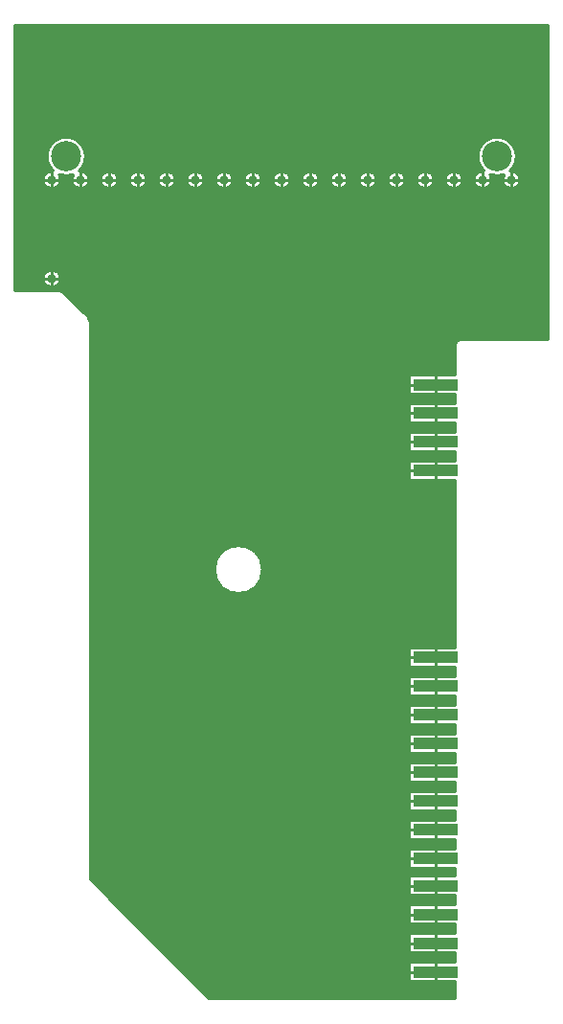
<source format=gbr>
G04 DesignSpark PCB Gerber Version 10.0 Build 5299*
%FSLAX35Y35*%
%MOIN*%
%ADD117C,0.01000*%
%ADD127C,0.01200*%
%ADD89C,0.03150*%
%ADD110C,0.10512*%
%ADD120R,0.15748X0.03937*%
X0Y0D02*
D02*
D89*
X63100Y280571D03*
Y314935D03*
X73100D03*
X83100D03*
X93100D03*
X103100D03*
X113100D03*
X123100D03*
X133100D03*
X143100D03*
X153100D03*
X163100D03*
X173100D03*
X183100D03*
X193100D03*
X203100D03*
X213100D03*
X223100D03*
D02*
D110*
X68100Y323100D03*
X218100D03*
D02*
D117*
X62025Y280571D02*
X59925D01*
X62025Y314935D02*
X59925D01*
X63100Y279496D02*
Y277396D01*
Y281646D02*
Y283746D01*
Y313860D02*
Y311760D01*
Y316010D02*
Y318110D01*
X64175Y280571D02*
X66275D01*
X64175Y314935D02*
X66275D01*
X72025D02*
X69925D01*
X73100Y313860D02*
Y311760D01*
Y316010D02*
Y318110D01*
X74175Y314935D02*
X76275D01*
X82025D02*
X79925D01*
X83100Y313860D02*
Y311760D01*
Y316010D02*
Y318110D01*
X84175Y314935D02*
X86275D01*
X92025D02*
X89925D01*
X93100Y313860D02*
Y311760D01*
Y316010D02*
Y318110D01*
X94175Y314935D02*
X96275D01*
X102025D02*
X99925D01*
X103100Y313860D02*
Y311760D01*
Y316010D02*
Y318110D01*
X104175Y314935D02*
X106275D01*
X112025D02*
X109925D01*
X113100Y313860D02*
Y311760D01*
Y316010D02*
Y318110D01*
X114175Y314935D02*
X116275D01*
X122025D02*
X119925D01*
X123100Y313860D02*
Y311760D01*
Y316010D02*
Y318110D01*
X124175Y314935D02*
X126275D01*
X132025D02*
X129925D01*
X133100Y313860D02*
Y311760D01*
Y316010D02*
Y318110D01*
X134175Y314935D02*
X136275D01*
X142025D02*
X139925D01*
X143100Y313860D02*
Y311760D01*
Y316010D02*
Y318110D01*
X144175Y314935D02*
X146275D01*
X152025D02*
X149925D01*
X153100Y313860D02*
Y311760D01*
Y316010D02*
Y318110D01*
X154175Y314935D02*
X156275D01*
X162025D02*
X159925D01*
X163100Y313860D02*
Y311760D01*
Y316010D02*
Y318110D01*
X164175Y314935D02*
X166275D01*
X172025D02*
X169925D01*
X173100Y313860D02*
Y311760D01*
Y316010D02*
Y318110D01*
X174175Y314935D02*
X176275D01*
X182025D02*
X179925D01*
X183100Y313860D02*
Y311760D01*
Y316010D02*
Y318110D01*
X184175Y314935D02*
X186275D01*
X189446Y243707D02*
X187346D01*
X189476Y39350D02*
X187378D01*
X189476Y49350D02*
X187378D01*
X189476Y59350D02*
X187378D01*
X189476Y69350D02*
X187378D01*
X189476Y78741D02*
X187378D01*
X189476Y88741D02*
X187378D01*
X189476Y98741D02*
X187378D01*
X189476Y108741D02*
X187378D01*
X189476Y118741D02*
X187378D01*
X189476Y128741D02*
X187378D01*
X189476Y138741D02*
X187378D01*
X189476Y148741D02*
X187378D01*
X189476Y213741D02*
X187378D01*
X189476Y223741D02*
X187378D01*
X189476Y233741D02*
X187378D01*
X192025Y314935D02*
X189925D01*
X193100Y313860D02*
Y311760D01*
Y316010D02*
Y318110D01*
X194175Y314935D02*
X196275D01*
X196820Y242239D02*
Y240137D01*
Y245176D02*
Y247275D01*
X196850Y37881D02*
Y35783D01*
Y40819D02*
Y42917D01*
Y47881D02*
Y45783D01*
Y50819D02*
Y52917D01*
Y57881D02*
Y55783D01*
Y60819D02*
Y62917D01*
Y67881D02*
Y65783D01*
Y70819D02*
Y72917D01*
Y77272D02*
Y75173D01*
Y80209D02*
Y82311D01*
Y87272D02*
Y85173D01*
Y90209D02*
Y92311D01*
Y97272D02*
Y95173D01*
Y100209D02*
Y102311D01*
Y107272D02*
Y105173D01*
Y110209D02*
Y112311D01*
Y117272D02*
Y115173D01*
Y120209D02*
Y122311D01*
Y127272D02*
Y125173D01*
Y130209D02*
Y132311D01*
Y137272D02*
Y135173D01*
Y140209D02*
Y142311D01*
Y147272D02*
Y145173D01*
Y150209D02*
Y152311D01*
Y212272D02*
Y210173D01*
Y215209D02*
Y217311D01*
Y222272D02*
Y220173D01*
Y225209D02*
Y227311D01*
Y232272D02*
Y230173D01*
Y235209D02*
Y237311D01*
X202025Y314935D02*
X199925D01*
X203100Y313860D02*
Y311760D01*
Y316010D02*
Y318110D01*
X204175Y314935D02*
X206275D01*
X212025D02*
X209925D01*
X213100Y313860D02*
Y311760D01*
Y316010D02*
Y318110D01*
X214175Y314935D02*
X216275D01*
X222025D02*
X219925D01*
X223100Y313860D02*
Y311760D01*
Y316010D02*
Y318110D01*
X224175Y314935D02*
X226275D01*
D02*
D120*
X196820Y243707D03*
X196850Y39350D03*
Y49350D03*
Y59350D03*
Y69350D03*
Y78741D03*
Y88741D03*
Y98741D03*
Y108741D03*
Y118741D03*
Y128741D03*
Y138741D03*
Y148741D03*
Y213741D03*
Y223741D03*
Y233741D03*
D02*
D127*
X50317Y368400D02*
Y276523D01*
X65600D01*
G75*
G02*
X67157Y275877I0J-2200D01*
G01*
X75904Y267130D01*
G75*
G02*
X76550Y265573I-1554J-1557D01*
G01*
Y71511D01*
X117761Y30300D01*
X203368D01*
Y35783D01*
X187378D01*
Y42917D01*
X203368D01*
Y45783D01*
X187378D01*
Y52917D01*
X203368D01*
Y55783D01*
X187378D01*
Y62917D01*
X203368D01*
Y65783D01*
X187378D01*
Y72917D01*
X203368D01*
Y75173D01*
X187378D01*
Y82311D01*
X203368D01*
Y85173D01*
X187378D01*
Y92311D01*
X203368D01*
Y95173D01*
X187378D01*
Y102311D01*
X203368D01*
Y105173D01*
X187378D01*
Y112311D01*
X203368D01*
Y115173D01*
X187378D01*
Y122311D01*
X203368D01*
Y125173D01*
X187378D01*
Y132311D01*
X203368D01*
Y135173D01*
X187378D01*
Y142311D01*
X203368D01*
Y145173D01*
X187378D01*
Y152311D01*
X203368D01*
Y210173D01*
X187378D01*
Y217311D01*
X203368D01*
Y220173D01*
X187378D01*
Y227311D01*
X203368D01*
Y230173D01*
X187378D01*
Y237311D01*
X203368D01*
Y240137D01*
X187346D01*
Y247275D01*
X203368D01*
Y257453D01*
G75*
G02*
X205568Y259653I2200J0D01*
G01*
X235857D01*
Y368400D01*
X50317D01*
X59925Y280571D02*
G75*
G02*
X66275I3175J0D01*
G01*
G75*
G02*
X59925I-3175J0D01*
G01*
X72785Y318094D02*
G75*
G02*
X76275Y314935I315J-3159D01*
G01*
G75*
G02*
X69925I-3175J0D01*
G01*
G75*
G02*
X70430Y316652I3175J0D01*
G01*
G75*
G02*
X65770I-2330J6448D01*
G01*
G75*
G02*
X66275Y314935I-2670J-1717D01*
G01*
G75*
G02*
X59925I-3175J0D01*
G01*
G75*
G02*
X63415Y318094I3175J0D01*
G01*
G75*
G02*
X68100Y329956I4685J5006D01*
G01*
G75*
G02*
X72785Y318094I0J-6856D01*
G01*
X79925Y314935D02*
G75*
G02*
X86275I3175J0D01*
G01*
G75*
G02*
X79925I-3175J0D01*
G01*
X89925D02*
G75*
G02*
X96275I3175J0D01*
G01*
G75*
G02*
X89925I-3175J0D01*
G01*
X99925D02*
G75*
G02*
X106275I3175J0D01*
G01*
G75*
G02*
X99925I-3175J0D01*
G01*
X109925D02*
G75*
G02*
X116275I3175J0D01*
G01*
G75*
G02*
X109925I-3175J0D01*
G01*
X119602Y179353D02*
G75*
G02*
X136582I8490J0D01*
G01*
G75*
G02*
X119602I-8490J0D01*
G01*
X119925Y314935D02*
G75*
G02*
X126275I3175J0D01*
G01*
G75*
G02*
X119925I-3175J0D01*
G01*
X129925D02*
G75*
G02*
X136275I3175J0D01*
G01*
G75*
G02*
X129925I-3175J0D01*
G01*
X139925D02*
G75*
G02*
X146275I3175J0D01*
G01*
G75*
G02*
X139925I-3175J0D01*
G01*
X149925D02*
G75*
G02*
X156275I3175J0D01*
G01*
G75*
G02*
X149925I-3175J0D01*
G01*
X159925D02*
G75*
G02*
X166275I3175J0D01*
G01*
G75*
G02*
X159925I-3175J0D01*
G01*
X169925D02*
G75*
G02*
X176275I3175J0D01*
G01*
G75*
G02*
X169925I-3175J0D01*
G01*
X179925D02*
G75*
G02*
X186275I3175J0D01*
G01*
G75*
G02*
X179925I-3175J0D01*
G01*
X189925D02*
G75*
G02*
X196275I3175J0D01*
G01*
G75*
G02*
X189925I-3175J0D01*
G01*
X199925D02*
G75*
G02*
X206275I3175J0D01*
G01*
G75*
G02*
X199925I-3175J0D01*
G01*
X222785Y318094D02*
G75*
G02*
X226275Y314935I315J-3159D01*
G01*
G75*
G02*
X219925I-3175J0D01*
G01*
G75*
G02*
X220430Y316652I3175J0D01*
G01*
G75*
G02*
X215770I-2330J6448D01*
G01*
G75*
G02*
X216275Y314935I-2670J-1717D01*
G01*
G75*
G02*
X209925I-3175J0D01*
G01*
G75*
G02*
X213415Y318094I3175J0D01*
G01*
G75*
G02*
X218100Y329956I4685J5006D01*
G01*
G75*
G02*
X222785Y318094I0J-6856D01*
G01*
X76550Y179353D02*
G36*
X76550Y179353D02*
Y71511D01*
X117161Y30900D01*
X203368D01*
Y35783D01*
X187378D01*
Y42917D01*
X203368D01*
Y45783D01*
X187378D01*
Y52917D01*
X203368D01*
Y55783D01*
X187378D01*
Y62917D01*
X203368D01*
Y65783D01*
X187378D01*
Y72917D01*
X203368D01*
Y75173D01*
X187378D01*
Y82311D01*
X203368D01*
Y85173D01*
X187378D01*
Y92311D01*
X203368D01*
Y95173D01*
X187378D01*
Y102311D01*
X203368D01*
Y105173D01*
X187378D01*
Y112311D01*
X203368D01*
Y115173D01*
X187378D01*
Y122311D01*
X203368D01*
Y125173D01*
X187378D01*
Y132311D01*
X203368D01*
Y135173D01*
X187378D01*
Y142311D01*
X203368D01*
Y145173D01*
X187378D01*
Y152311D01*
X203368D01*
Y179353D01*
X136582D01*
G75*
G02*
X119602I-8490J0D01*
G01*
X76550D01*
G37*
X50917Y280571D02*
G36*
X50917Y280571D02*
Y276523D01*
X65600D01*
G75*
G02*
X67157Y275877I1J-2199D01*
G01*
X75904Y267130D01*
G75*
G02*
X76550Y265574I-1553J-1557D01*
G01*
G75*
G02*
Y265573I-2820J0D01*
G01*
Y179353D01*
X119602D01*
G75*
G02*
X136582I8490J0D01*
G01*
X203368D01*
Y210173D01*
X187378D01*
Y217311D01*
X203368D01*
Y220173D01*
X187378D01*
Y227311D01*
X203368D01*
Y230173D01*
X187378D01*
Y237311D01*
X203368D01*
Y240137D01*
X187346D01*
Y247275D01*
X203368D01*
Y257453D01*
G75*
G02*
X205568Y259653I2200J0D01*
G01*
X235257D01*
Y280571D01*
X66275D01*
G75*
G02*
X59925I-3175J0D01*
G01*
X50917D01*
G37*
Y314935D02*
G36*
X50917Y314935D02*
Y280571D01*
X59925D01*
G75*
G02*
X66275I3175J0D01*
G01*
X235257D01*
Y314935D01*
X226275D01*
G75*
G02*
X219925I-3175J0D01*
G01*
X216275D01*
G75*
G02*
X209925I-3175J0D01*
G01*
X206275D01*
G75*
G02*
X199925I-3175J0D01*
G01*
X196275D01*
G75*
G02*
X189925I-3175J0D01*
G01*
X186275D01*
G75*
G02*
X179925I-3175J0D01*
G01*
X176275D01*
G75*
G02*
X169925I-3175J0D01*
G01*
X166275D01*
G75*
G02*
X159925I-3175J0D01*
G01*
X156275D01*
G75*
G02*
X149925I-3175J0D01*
G01*
X146275D01*
G75*
G02*
X139925I-3175J0D01*
G01*
X136275D01*
G75*
G02*
X129925I-3175J0D01*
G01*
X126275D01*
G75*
G02*
X119925I-3175J0D01*
G01*
X116275D01*
G75*
G02*
X109925I-3175J0D01*
G01*
X106275D01*
G75*
G02*
X99925I-3175J0D01*
G01*
X96275D01*
G75*
G02*
X89925I-3175J0D01*
G01*
X86275D01*
G75*
G02*
X79925I-3175J0D01*
G01*
X76275D01*
G75*
G02*
X69925I-3175J0D01*
G01*
X66275D01*
G75*
G02*
X59925I-3175J0D01*
G01*
X50917D01*
G37*
Y320858D02*
G36*
X50917Y320858D02*
Y314935D01*
X59925D01*
Y314935D01*
G75*
G02*
X63415Y318094I3174J0D01*
G01*
G75*
G02*
X61621Y320858I4685J5006D01*
G01*
X50917D01*
G37*
X65770Y316652D02*
G36*
X65770Y316652D02*
G75*
G02*
X66275Y314935I-2670J-1717D01*
G01*
X69925D01*
G75*
G02*
X70430Y316652I3175J0D01*
G01*
G75*
G02*
X65770I-2330J6448D01*
G01*
G37*
X74579Y320858D02*
G36*
X74579Y320858D02*
G75*
G02*
X72785Y318094I-6479J2243D01*
G01*
G75*
G02*
X76275Y314935I316J-3159D01*
G01*
Y314935D01*
X79925D01*
G75*
G02*
X86275I3175J0D01*
G01*
X89925D01*
G75*
G02*
X96275I3175J0D01*
G01*
X99925D01*
G75*
G02*
X106275I3175J0D01*
G01*
X109925D01*
G75*
G02*
X116275I3175J0D01*
G01*
X119925D01*
G75*
G02*
X126275I3175J0D01*
G01*
X129925D01*
G75*
G02*
X136275I3175J0D01*
G01*
X139925D01*
G75*
G02*
X146275I3175J0D01*
G01*
X149925D01*
G75*
G02*
X156275I3175J0D01*
G01*
X159925D01*
G75*
G02*
X166275I3175J0D01*
G01*
X169925D01*
G75*
G02*
X176275I3175J0D01*
G01*
X179925D01*
G75*
G02*
X186275I3175J0D01*
G01*
X189925D01*
G75*
G02*
X196275I3175J0D01*
G01*
X199925D01*
G75*
G02*
X206275I3175J0D01*
G01*
X209925D01*
Y314935D01*
G75*
G02*
X213415Y318094I3174J0D01*
G01*
G75*
G02*
X211621Y320858I4685J5006D01*
G01*
X74579D01*
G37*
X215770Y316652D02*
G36*
X215770Y316652D02*
G75*
G02*
X216275Y314935I-2670J-1717D01*
G01*
X219925D01*
G75*
G02*
X220430Y316652I3175J0D01*
G01*
G75*
G02*
X215770I-2330J6448D01*
G01*
G37*
X224579Y320858D02*
G36*
X224579Y320858D02*
G75*
G02*
X222785Y318094I-6479J2243D01*
G01*
G75*
G02*
X226275Y314935I316J-3159D01*
G01*
Y314935D01*
X235257D01*
Y320858D01*
X224579D01*
G37*
X50917Y367800D02*
G36*
X50917Y367800D02*
Y320858D01*
X61621D01*
G75*
G02*
X61244Y323100I6480J2241D01*
G01*
G75*
G02*
X68100Y329956I6856J0D01*
G01*
G75*
G02*
X74956Y323100I0J-6856D01*
G01*
G75*
G02*
X74579Y320858I-6856J-1D01*
G01*
X211621D01*
G75*
G02*
X211244Y323100I6480J2241D01*
G01*
G75*
G02*
X218100Y329956I6856J0D01*
G01*
G75*
G02*
X224956Y323100I0J-6856D01*
G01*
G75*
G02*
X224579Y320858I-6856J-1D01*
G01*
X235257D01*
Y367800D01*
X50917D01*
G37*
X0Y0D02*
M02*

</source>
